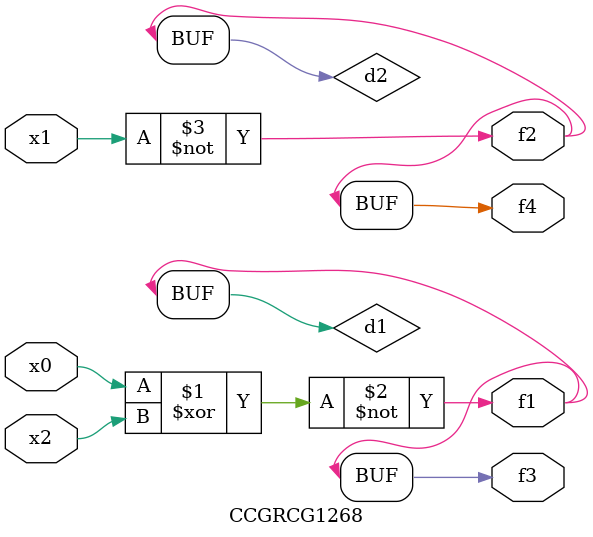
<source format=v>
module CCGRCG1268(
	input x0, x1, x2,
	output f1, f2, f3, f4
);

	wire d1, d2, d3;

	xnor (d1, x0, x2);
	nand (d2, x1);
	nor (d3, x1, x2);
	assign f1 = d1;
	assign f2 = d2;
	assign f3 = d1;
	assign f4 = d2;
endmodule

</source>
